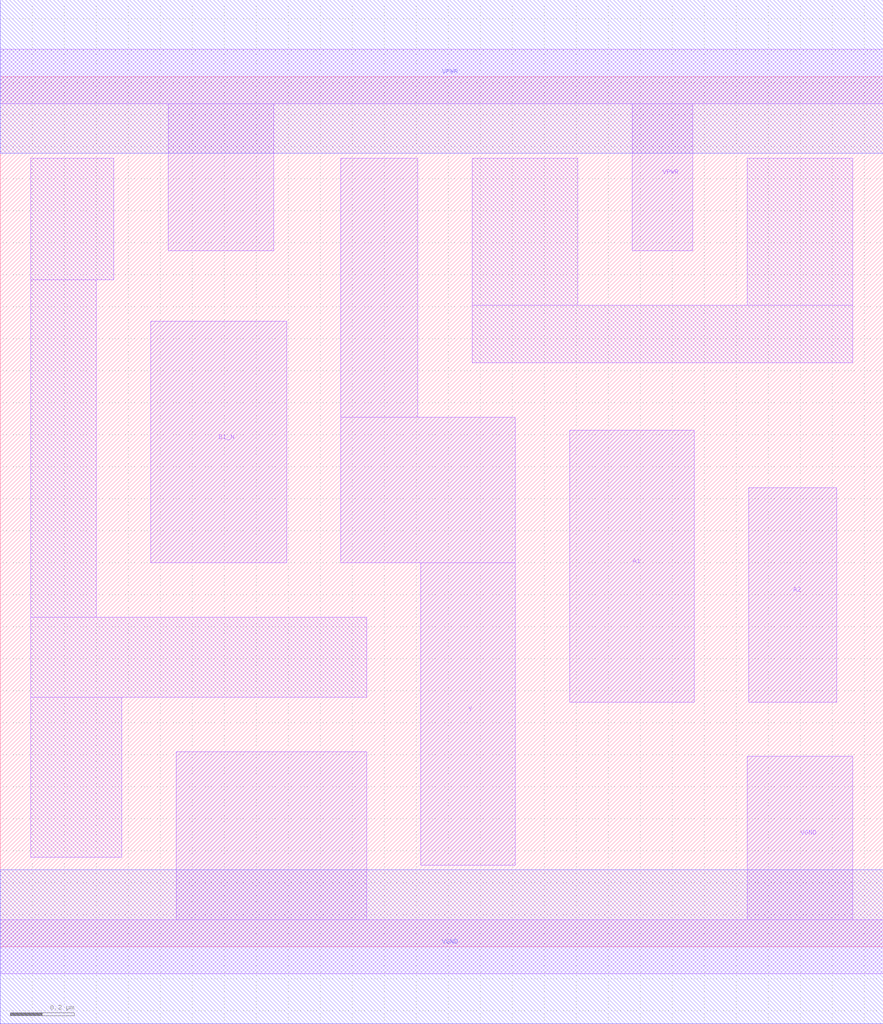
<source format=lef>
# Copyright 2020 The SkyWater PDK Authors
#
# Licensed under the Apache License, Version 2.0 (the "License");
# you may not use this file except in compliance with the License.
# You may obtain a copy of the License at
#
#     https://www.apache.org/licenses/LICENSE-2.0
#
# Unless required by applicable law or agreed to in writing, software
# distributed under the License is distributed on an "AS IS" BASIS,
# WITHOUT WARRANTIES OR CONDITIONS OF ANY KIND, either express or implied.
# See the License for the specific language governing permissions and
# limitations under the License.
#
# SPDX-License-Identifier: Apache-2.0

VERSION 5.5 ;
NAMESCASESENSITIVE ON ;
BUSBITCHARS "[]" ;
DIVIDERCHAR "/" ;
MACRO sky130_fd_sc_hd__a21boi_0
  CLASS CORE ;
  SOURCE USER ;
  ORIGIN  0.000000  0.000000 ;
  SIZE  2.760000 BY  2.720000 ;
  SYMMETRY X Y R90 ;
  SITE unithd ;
  PIN A1
    ANTENNAGATEAREA  0.159000 ;
    DIRECTION INPUT ;
    USE SIGNAL ;
    PORT
      LAYER li1 ;
        RECT 1.780000 0.765000 2.170000 1.615000 ;
    END
  END A1
  PIN A2
    ANTENNAGATEAREA  0.159000 ;
    DIRECTION INPUT ;
    USE SIGNAL ;
    PORT
      LAYER li1 ;
        RECT 2.340000 0.765000 2.615000 1.435000 ;
    END
  END A2
  PIN B1_N
    ANTENNAGATEAREA  0.126000 ;
    DIRECTION INPUT ;
    USE SIGNAL ;
    PORT
      LAYER li1 ;
        RECT 0.470000 1.200000 0.895000 1.955000 ;
    END
  END B1_N
  PIN Y
    ANTENNADIFFAREA  0.392200 ;
    DIRECTION OUTPUT ;
    USE SIGNAL ;
    PORT
      LAYER li1 ;
        RECT 1.065000 1.200000 1.610000 1.655000 ;
        RECT 1.065000 1.655000 1.305000 2.465000 ;
        RECT 1.315000 0.255000 1.610000 1.200000 ;
    END
  END Y
  PIN VGND
    DIRECTION INOUT ;
    SHAPE ABUTMENT ;
    USE GROUND ;
    PORT
      LAYER li1 ;
        RECT 0.000000 -0.085000 2.760000 0.085000 ;
        RECT 0.550000  0.085000 1.145000 0.610000 ;
        RECT 2.335000  0.085000 2.665000 0.595000 ;
    END
    PORT
      LAYER met1 ;
        RECT 0.000000 -0.240000 2.760000 0.240000 ;
    END
  END VGND
  PIN VPWR
    DIRECTION INOUT ;
    SHAPE ABUTMENT ;
    USE POWER ;
    PORT
      LAYER li1 ;
        RECT 0.000000 2.635000 2.760000 2.805000 ;
        RECT 0.525000 2.175000 0.855000 2.635000 ;
        RECT 1.975000 2.175000 2.165000 2.635000 ;
    END
    PORT
      LAYER met1 ;
        RECT 0.000000 2.480000 2.760000 2.960000 ;
    END
  END VPWR
  OBS
    LAYER li1 ;
      RECT 0.095000 0.280000 0.380000 0.780000 ;
      RECT 0.095000 0.780000 1.145000 1.030000 ;
      RECT 0.095000 1.030000 0.300000 2.085000 ;
      RECT 0.095000 2.085000 0.355000 2.465000 ;
      RECT 1.475000 1.825000 2.665000 2.005000 ;
      RECT 1.475000 2.005000 1.805000 2.465000 ;
      RECT 2.335000 2.005000 2.665000 2.465000 ;
  END
END sky130_fd_sc_hd__a21boi_0

</source>
